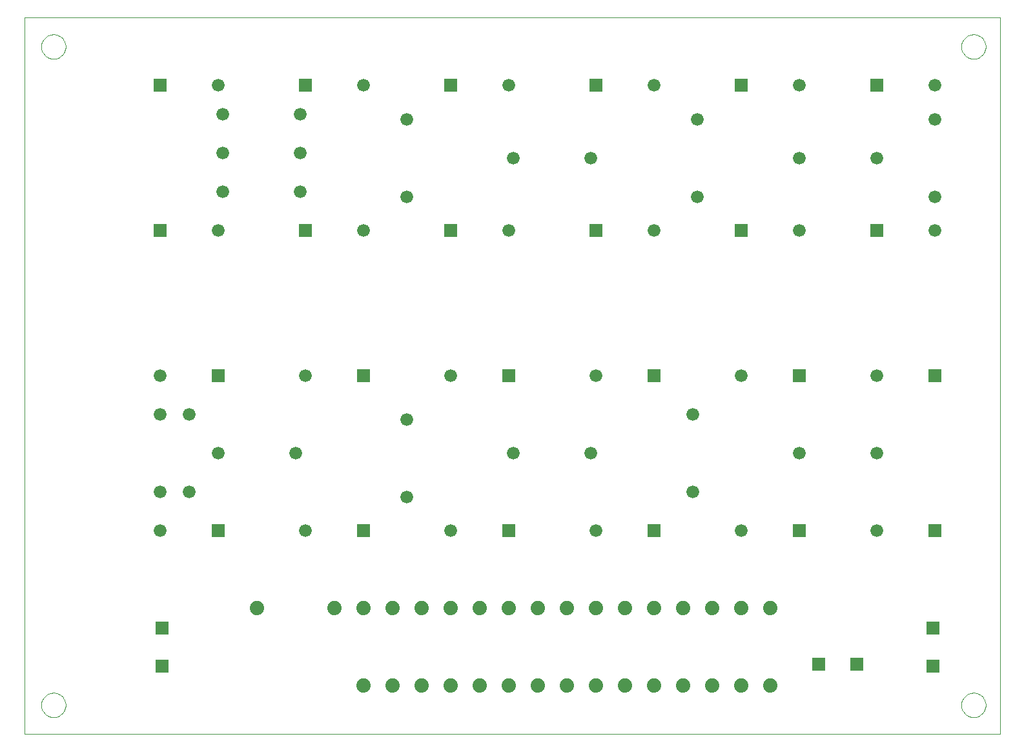
<source format=gtl>
G75*
%MOIN*%
%OFA0B0*%
%FSLAX24Y24*%
%IPPOS*%
%LPD*%
%AMOC8*
5,1,8,0,0,1.08239X$1,22.5*
%
%ADD10C,0.0000*%
%ADD11C,0.0660*%
%ADD12R,0.0650X0.0650*%
%ADD13R,0.0650X0.0650*%
%ADD14C,0.0740*%
D10*
X000100Y003500D02*
X000100Y040496D01*
X050470Y040496D01*
X050470Y003500D01*
X000100Y003500D01*
X000970Y005000D02*
X000972Y005050D01*
X000978Y005100D01*
X000988Y005149D01*
X001002Y005197D01*
X001019Y005244D01*
X001040Y005289D01*
X001065Y005333D01*
X001093Y005374D01*
X001125Y005413D01*
X001159Y005450D01*
X001196Y005484D01*
X001236Y005514D01*
X001278Y005541D01*
X001322Y005565D01*
X001368Y005586D01*
X001415Y005602D01*
X001463Y005615D01*
X001513Y005624D01*
X001562Y005629D01*
X001613Y005630D01*
X001663Y005627D01*
X001712Y005620D01*
X001761Y005609D01*
X001809Y005594D01*
X001855Y005576D01*
X001900Y005554D01*
X001943Y005528D01*
X001984Y005499D01*
X002023Y005467D01*
X002059Y005432D01*
X002091Y005394D01*
X002121Y005354D01*
X002148Y005311D01*
X002171Y005267D01*
X002190Y005221D01*
X002206Y005173D01*
X002218Y005124D01*
X002226Y005075D01*
X002230Y005025D01*
X002230Y004975D01*
X002226Y004925D01*
X002218Y004876D01*
X002206Y004827D01*
X002190Y004779D01*
X002171Y004733D01*
X002148Y004689D01*
X002121Y004646D01*
X002091Y004606D01*
X002059Y004568D01*
X002023Y004533D01*
X001984Y004501D01*
X001943Y004472D01*
X001900Y004446D01*
X001855Y004424D01*
X001809Y004406D01*
X001761Y004391D01*
X001712Y004380D01*
X001663Y004373D01*
X001613Y004370D01*
X001562Y004371D01*
X001513Y004376D01*
X001463Y004385D01*
X001415Y004398D01*
X001368Y004414D01*
X001322Y004435D01*
X001278Y004459D01*
X001236Y004486D01*
X001196Y004516D01*
X001159Y004550D01*
X001125Y004587D01*
X001093Y004626D01*
X001065Y004667D01*
X001040Y004711D01*
X001019Y004756D01*
X001002Y004803D01*
X000988Y004851D01*
X000978Y004900D01*
X000972Y004950D01*
X000970Y005000D01*
X000970Y039000D02*
X000972Y039050D01*
X000978Y039100D01*
X000988Y039149D01*
X001002Y039197D01*
X001019Y039244D01*
X001040Y039289D01*
X001065Y039333D01*
X001093Y039374D01*
X001125Y039413D01*
X001159Y039450D01*
X001196Y039484D01*
X001236Y039514D01*
X001278Y039541D01*
X001322Y039565D01*
X001368Y039586D01*
X001415Y039602D01*
X001463Y039615D01*
X001513Y039624D01*
X001562Y039629D01*
X001613Y039630D01*
X001663Y039627D01*
X001712Y039620D01*
X001761Y039609D01*
X001809Y039594D01*
X001855Y039576D01*
X001900Y039554D01*
X001943Y039528D01*
X001984Y039499D01*
X002023Y039467D01*
X002059Y039432D01*
X002091Y039394D01*
X002121Y039354D01*
X002148Y039311D01*
X002171Y039267D01*
X002190Y039221D01*
X002206Y039173D01*
X002218Y039124D01*
X002226Y039075D01*
X002230Y039025D01*
X002230Y038975D01*
X002226Y038925D01*
X002218Y038876D01*
X002206Y038827D01*
X002190Y038779D01*
X002171Y038733D01*
X002148Y038689D01*
X002121Y038646D01*
X002091Y038606D01*
X002059Y038568D01*
X002023Y038533D01*
X001984Y038501D01*
X001943Y038472D01*
X001900Y038446D01*
X001855Y038424D01*
X001809Y038406D01*
X001761Y038391D01*
X001712Y038380D01*
X001663Y038373D01*
X001613Y038370D01*
X001562Y038371D01*
X001513Y038376D01*
X001463Y038385D01*
X001415Y038398D01*
X001368Y038414D01*
X001322Y038435D01*
X001278Y038459D01*
X001236Y038486D01*
X001196Y038516D01*
X001159Y038550D01*
X001125Y038587D01*
X001093Y038626D01*
X001065Y038667D01*
X001040Y038711D01*
X001019Y038756D01*
X001002Y038803D01*
X000988Y038851D01*
X000978Y038900D01*
X000972Y038950D01*
X000970Y039000D01*
X048470Y039000D02*
X048472Y039050D01*
X048478Y039100D01*
X048488Y039149D01*
X048502Y039197D01*
X048519Y039244D01*
X048540Y039289D01*
X048565Y039333D01*
X048593Y039374D01*
X048625Y039413D01*
X048659Y039450D01*
X048696Y039484D01*
X048736Y039514D01*
X048778Y039541D01*
X048822Y039565D01*
X048868Y039586D01*
X048915Y039602D01*
X048963Y039615D01*
X049013Y039624D01*
X049062Y039629D01*
X049113Y039630D01*
X049163Y039627D01*
X049212Y039620D01*
X049261Y039609D01*
X049309Y039594D01*
X049355Y039576D01*
X049400Y039554D01*
X049443Y039528D01*
X049484Y039499D01*
X049523Y039467D01*
X049559Y039432D01*
X049591Y039394D01*
X049621Y039354D01*
X049648Y039311D01*
X049671Y039267D01*
X049690Y039221D01*
X049706Y039173D01*
X049718Y039124D01*
X049726Y039075D01*
X049730Y039025D01*
X049730Y038975D01*
X049726Y038925D01*
X049718Y038876D01*
X049706Y038827D01*
X049690Y038779D01*
X049671Y038733D01*
X049648Y038689D01*
X049621Y038646D01*
X049591Y038606D01*
X049559Y038568D01*
X049523Y038533D01*
X049484Y038501D01*
X049443Y038472D01*
X049400Y038446D01*
X049355Y038424D01*
X049309Y038406D01*
X049261Y038391D01*
X049212Y038380D01*
X049163Y038373D01*
X049113Y038370D01*
X049062Y038371D01*
X049013Y038376D01*
X048963Y038385D01*
X048915Y038398D01*
X048868Y038414D01*
X048822Y038435D01*
X048778Y038459D01*
X048736Y038486D01*
X048696Y038516D01*
X048659Y038550D01*
X048625Y038587D01*
X048593Y038626D01*
X048565Y038667D01*
X048540Y038711D01*
X048519Y038756D01*
X048502Y038803D01*
X048488Y038851D01*
X048478Y038900D01*
X048472Y038950D01*
X048470Y039000D01*
X048470Y005000D02*
X048472Y005050D01*
X048478Y005100D01*
X048488Y005149D01*
X048502Y005197D01*
X048519Y005244D01*
X048540Y005289D01*
X048565Y005333D01*
X048593Y005374D01*
X048625Y005413D01*
X048659Y005450D01*
X048696Y005484D01*
X048736Y005514D01*
X048778Y005541D01*
X048822Y005565D01*
X048868Y005586D01*
X048915Y005602D01*
X048963Y005615D01*
X049013Y005624D01*
X049062Y005629D01*
X049113Y005630D01*
X049163Y005627D01*
X049212Y005620D01*
X049261Y005609D01*
X049309Y005594D01*
X049355Y005576D01*
X049400Y005554D01*
X049443Y005528D01*
X049484Y005499D01*
X049523Y005467D01*
X049559Y005432D01*
X049591Y005394D01*
X049621Y005354D01*
X049648Y005311D01*
X049671Y005267D01*
X049690Y005221D01*
X049706Y005173D01*
X049718Y005124D01*
X049726Y005075D01*
X049730Y005025D01*
X049730Y004975D01*
X049726Y004925D01*
X049718Y004876D01*
X049706Y004827D01*
X049690Y004779D01*
X049671Y004733D01*
X049648Y004689D01*
X049621Y004646D01*
X049591Y004606D01*
X049559Y004568D01*
X049523Y004533D01*
X049484Y004501D01*
X049443Y004472D01*
X049400Y004446D01*
X049355Y004424D01*
X049309Y004406D01*
X049261Y004391D01*
X049212Y004380D01*
X049163Y004373D01*
X049113Y004370D01*
X049062Y004371D01*
X049013Y004376D01*
X048963Y004385D01*
X048915Y004398D01*
X048868Y004414D01*
X048822Y004435D01*
X048778Y004459D01*
X048736Y004486D01*
X048696Y004516D01*
X048659Y004550D01*
X048625Y004587D01*
X048593Y004626D01*
X048565Y004667D01*
X048540Y004711D01*
X048519Y004756D01*
X048502Y004803D01*
X048488Y004851D01*
X048478Y004900D01*
X048472Y004950D01*
X048470Y005000D01*
D11*
X044100Y014000D03*
X044100Y018000D03*
X040100Y018000D03*
X037100Y014000D03*
X034600Y016000D03*
X034600Y020000D03*
X037100Y022000D03*
X044100Y022000D03*
X047100Y029500D03*
X047100Y031250D03*
X044100Y033250D03*
X047100Y035250D03*
X047100Y037000D03*
X040100Y037000D03*
X040100Y033250D03*
X040100Y029500D03*
X034850Y031250D03*
X032600Y029500D03*
X029350Y033250D03*
X025350Y033250D03*
X025100Y029500D03*
X019850Y031250D03*
X017600Y029500D03*
X014350Y031500D03*
X014350Y033500D03*
X014350Y035500D03*
X017600Y037000D03*
X019850Y035250D03*
X025100Y037000D03*
X032600Y037000D03*
X034850Y035250D03*
X029600Y022000D03*
X029350Y018000D03*
X025350Y018000D03*
X022100Y014000D03*
X019850Y015750D03*
X019850Y019750D03*
X022100Y022000D03*
X014600Y022000D03*
X014100Y018000D03*
X010100Y018000D03*
X008600Y016000D03*
X007100Y016000D03*
X007100Y014000D03*
X014600Y014000D03*
X008600Y020000D03*
X007100Y020000D03*
X007100Y022000D03*
X010100Y029500D03*
X010350Y031500D03*
X010350Y033500D03*
X010350Y035500D03*
X010100Y037000D03*
X029600Y014000D03*
D12*
X032600Y014000D03*
X025100Y014000D03*
X017600Y014000D03*
X010100Y014000D03*
X010100Y022000D03*
X017600Y022000D03*
X025100Y022000D03*
X032600Y022000D03*
X040100Y022000D03*
X047100Y022000D03*
X044100Y029500D03*
X037100Y029500D03*
X029600Y029500D03*
X022100Y029500D03*
X014600Y029500D03*
X007100Y029500D03*
X007100Y037000D03*
X014600Y037000D03*
X022100Y037000D03*
X029600Y037000D03*
X037100Y037000D03*
X044100Y037000D03*
X047100Y014000D03*
X040100Y014000D03*
D13*
X046994Y008984D03*
X046994Y007016D03*
X043084Y007106D03*
X041116Y007106D03*
X007206Y007016D03*
X007206Y008984D03*
D14*
X012100Y010000D03*
X016100Y010000D03*
X017600Y010000D03*
X019100Y010000D03*
X020600Y010000D03*
X022100Y010000D03*
X023600Y010000D03*
X025100Y010000D03*
X026600Y010000D03*
X028100Y010000D03*
X029600Y010000D03*
X031100Y010000D03*
X032600Y010000D03*
X034100Y010000D03*
X035600Y010000D03*
X037100Y010000D03*
X038600Y010000D03*
X038600Y006000D03*
X037100Y006000D03*
X035600Y006000D03*
X034100Y006000D03*
X032600Y006000D03*
X031100Y006000D03*
X029600Y006000D03*
X028100Y006000D03*
X026600Y006000D03*
X025100Y006000D03*
X023600Y006000D03*
X022100Y006000D03*
X020600Y006000D03*
X019100Y006000D03*
X017600Y006000D03*
M02*

</source>
